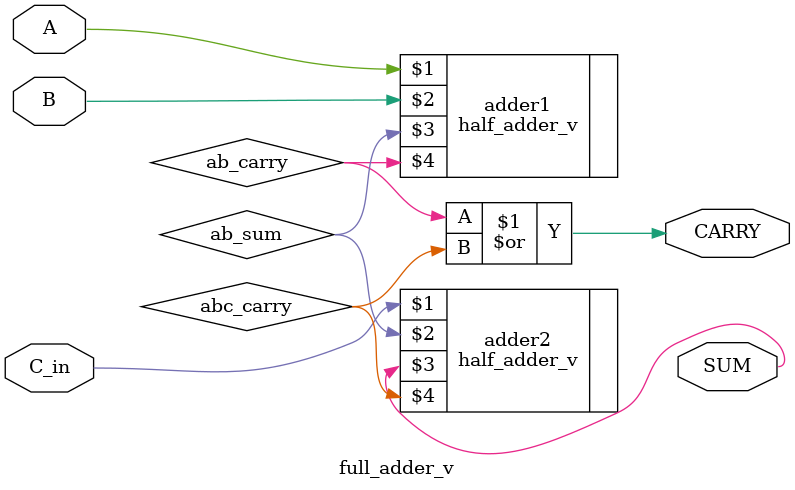
<source format=v>
module full_adder_v (input C_in, input A, input B, output SUM, output CARRY);
	wire ab_sum;
	wire ab_carry;
	wire abc_carry;
	
	half_adder_v adder1(A, B, ab_sum, ab_carry);
	half_adder_v adder2(C_in, ab_sum, SUM, abc_carry);
	or(CARRY, ab_carry, abc_carry);
endmodule
</source>
